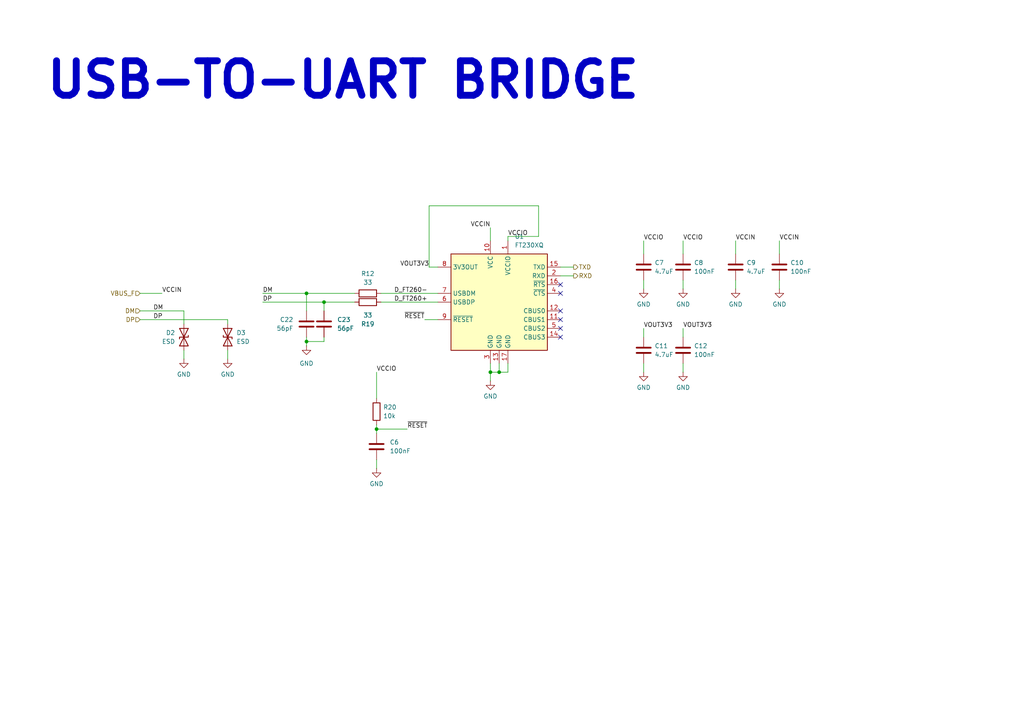
<source format=kicad_sch>
(kicad_sch (version 20231120) (generator "eeschema") (generator_version "8.0")
  (paper "A4")
  (title_block (title "Effective Range - MrHAT") (date "2024-08-14") (rev "1.11.3") (company "Effective Range Kft.") (comment 1 "visit https://creativecommons.org/licenses/by/4.0/") (comment 2 "is licensed under CC BY 4.0. To view a copy of this license,") (comment 3 "License: MrHAT © 2024 by Ferenc Nandor Janky & Attila Gombos"))
  (lib_symbols
    (symbol "Device:C" (pin_numbers hide) (pin_names (offset 0.254))
      (property "Reference" "C" (at 0.635 2.54 0))
      (property "Value" "C" (at 0.635 -2.54 0))
      (symbol "C_0_1"
        (polyline (pts (xy -2.032 -0.762) (xy 2.032 -0.762)) (stroke (width 0.508)))
        (polyline (pts (xy -2.032 0.762) (xy 2.032 0.762)) (stroke (width 0.508)))
      )
      (symbol "C_1_1"
        (pin passive line (at 0 3.81 270) (length 2.794) (name "~") (number "1"))
        (pin passive line (at 0 -3.81 90) (length 2.794) (name "~") (number "2"))
      )
    )
    (symbol "Device:R" (pin_numbers hide) (pin_names (offset 0))
      (property "Reference" "R" (at 2.032 0 90))
      (property "Value" "R" (at 0 0 90))
      (symbol "R_0_1"
        (rectangle (start -1.016 -2.54) (end 1.016 2.54) (stroke (width 0.254)))
      )
      (symbol "R_1_1"
        (pin passive line (at 0 3.81 270) (length 1.27) (name "~") (number "1"))
        (pin passive line (at 0 -3.81 90) (length 1.27) (name "~") (number "2"))
      )
    )
    (symbol "Diode:1.5KExxCA" (pin_numbers hide) (pin_names (offset 1.016) hide)
      (property "Reference" "D" (at 0 2.54 0))
      (property "Value" "1.5KExxCA" (at 0 -2.54 0))
      (symbol "1.5KExxCA_0_1"
        (polyline (pts (xy 1.27 0) (xy -1.27 0)))
        (polyline (pts (xy -2.54 -1.27) (xy 0 0) (xy -2.54 1.27) (xy -2.54 -1.27)) (stroke (width 0.254)))
        (polyline (pts (xy 0.508 1.27) (xy 0 1.27) (xy 0 -1.27) (xy -0.508 -1.27)) (stroke (width 0.254)))
        (polyline (pts (xy 2.54 1.27) (xy 2.54 -1.27) (xy 0 0) (xy 2.54 1.27)) (stroke (width 0.254)))
      )
      (symbol "1.5KExxCA_1_1"
        (pin passive line (at -3.81 0 0) (length 2.54) (name "A1") (number "1"))
        (pin passive line (at 3.81 0 180) (length 2.54) (name "A2") (number "2"))
      )
    )
    (symbol "effectiveRangeHat_kicad_sym:FT230XQ"
      (property "Reference" "U" (at -13.97 15.24 0))
      (property "Value" "FT230XQ" (at 7.62 15.24 0))
      (symbol "FT230XQ_0_1"
        (rectangle (start -13.97 13.97) (end 13.97 -13.97) (stroke (width 0.254)) (fill (type background)))
      )
      (symbol "FT230XQ_1_1"
        (pin power_in line (at 2.54 17.78 270) (length 3.81) (name "VCCIO") (number "1"))
        (pin power_in line (at -2.54 17.78 270) (length 3.81) (name "VCC") (number "10"))
        (pin bidirectional line (at 17.78 -5.08 180) (length 3.81) (name "CBUS1") (number "11"))
        (pin bidirectional line (at 17.78 -2.54 180) (length 3.81) (name "CBUS0") (number "12"))
        (pin passive line (at 0 -17.78 90) (length 3.81) (name "GND") (number "13"))
        (pin bidirectional line (at 17.78 -10.16 180) (length 3.81) (name "CBUS3") (number "14"))
        (pin output line (at 17.78 10.16 180) (length 3.81) (name "TXD") (number "15"))
        (pin output line (at 17.78 5.08 180) (length 3.81) (name "~{RTS}") (number "16"))
        (pin passive line (at 2.54 -17.78 90) (length 3.81) (name "GND") (number "17"))
        (pin input line (at 17.78 7.62 180) (length 3.81) (name "RXD") (number "2"))
        (pin passive line (at -2.54 -17.78 90) (length 3.81) (name "GND") (number "3"))
        (pin input line (at 17.78 2.54 180) (length 3.81) (name "~{CTS}") (number "4"))
        (pin bidirectional line (at 17.78 -7.62 180) (length 3.81) (name "CBUS2") (number "5"))
        (pin bidirectional line (at -17.78 0 0) (length 3.81) (name "USBDP") (number "6"))
        (pin bidirectional line (at -17.78 2.54 0) (length 3.81) (name "USBDM") (number "7"))
        (pin power_out line (at -17.78 10.16 0) (length 3.81) (name "3V3OUT") (number "8"))
        (pin input line (at -17.78 -5.08 0) (length 3.81) (name "~{RESET}") (number "9"))
      )
    )
    (symbol "power:GND" (power) (pin_numbers hide) (pin_names (offset 0) hide)
      (property "Value" "GND" (at 0 -3.81 0))
      (symbol "GND_0_1"
        (polyline (pts (xy 0 0) (xy 0 -1.27) (xy 1.27 -1.27) (xy 0 -2.54) (xy -1.27 -1.27) (xy 0 -1.27)))
      )
      (symbol "GND_1_1"
        (pin power_in line (at 0 0 270) (length 0) (name "~") (number "1"))
      )
    )
  )
  (junction (at 88.9 99.06))
  (junction (at 93.98 87.63))
  (junction (at 109.22 124.46))
  (junction (at 144.78 107.95))
  (junction (at 142.24 107.95))
  (junction (at 88.9 85.09))
  (no_connect (at 162.56 92.71))
  (no_connect (at 162.56 90.17))
  (no_connect (at 162.56 85.09))
  (no_connect (at 162.56 95.25))
  (no_connect (at 162.56 97.79))
  (no_connect (at 162.56 82.55))
  (wire (pts (xy 186.69 81.28) (xy 186.69 83.82)))
  (wire (pts (xy 198.12 69.85) (xy 198.12 73.66)))
  (wire (pts (xy 198.12 95.25) (xy 198.12 97.79)))
  (wire (pts (xy 76.2 85.09) (xy 88.9 85.09)))
  (wire (pts (xy 93.98 87.63) (xy 102.87 87.63)))
  (wire (pts (xy 88.9 85.09) (xy 102.87 85.09)))
  (wire (pts (xy 109.22 124.46) (xy 118.11 124.46)))
  (wire (pts (xy 147.32 68.58) (xy 147.32 69.85)))
  (wire (pts (xy 156.21 59.69) (xy 156.21 68.58)))
  (wire (pts (xy 144.78 107.95) (xy 147.32 107.95)))
  (wire (pts (xy 109.22 123.19) (xy 109.22 124.46)))
  (wire (pts (xy 124.46 77.47) (xy 124.46 59.69)))
  (wire (pts (xy 162.56 77.47) (xy 166.37 77.47)))
  (wire (pts (xy 76.2 87.63) (xy 93.98 87.63)))
  (wire (pts (xy 186.69 95.25) (xy 186.69 97.79)))
  (wire (pts (xy 109.22 107.95) (xy 109.22 115.57)))
  (wire (pts (xy 213.36 81.28) (xy 213.36 83.82)))
  (wire (pts (xy 109.22 124.46) (xy 109.22 125.73)))
  (wire (pts (xy 110.49 87.63) (xy 127 87.63)))
  (wire (pts (xy 198.12 81.28) (xy 198.12 83.82)))
  (wire (pts (xy 124.46 77.47) (xy 127 77.47)))
  (wire (pts (xy 53.34 90.17) (xy 53.34 93.98)))
  (wire (pts (xy 147.32 68.58) (xy 156.21 68.58)))
  (wire (pts (xy 142.24 66.04) (xy 142.24 69.85)))
  (wire (pts (xy 40.64 92.71) (xy 66.04 92.71)))
  (wire (pts (xy 144.78 107.95) (xy 142.24 107.95)))
  (wire (pts (xy 186.69 69.85) (xy 186.69 73.66)))
  (wire (pts (xy 93.98 87.63) (xy 93.98 90.17)))
  (wire (pts (xy 213.36 69.85) (xy 213.36 73.66)))
  (wire (pts (xy 93.98 99.06) (xy 88.9 99.06)))
  (wire (pts (xy 123.19 92.71) (xy 127 92.71)))
  (wire (pts (xy 226.06 81.28) (xy 226.06 83.82)))
  (wire (pts (xy 124.46 59.69) (xy 156.21 59.69)))
  (wire (pts (xy 226.06 69.85) (xy 226.06 73.66)))
  (wire (pts (xy 109.22 133.35) (xy 109.22 135.89)))
  (wire (pts (xy 198.12 105.41) (xy 198.12 107.95)))
  (wire (pts (xy 40.64 85.09) (xy 46.99 85.09)))
  (wire (pts (xy 53.34 101.6) (xy 53.34 104.14)))
  (wire (pts (xy 162.56 80.01) (xy 166.37 80.01)))
  (wire (pts (xy 88.9 85.09) (xy 88.9 90.17)))
  (wire (pts (xy 144.78 105.41) (xy 144.78 107.95)))
  (wire (pts (xy 147.32 105.41) (xy 147.32 107.95)))
  (wire (pts (xy 40.64 90.17) (xy 53.34 90.17)))
  (wire (pts (xy 88.9 99.06) (xy 88.9 100.33)))
  (wire (pts (xy 142.24 105.41) (xy 142.24 107.95)))
  (wire (pts (xy 66.04 101.6) (xy 66.04 104.14)))
  (wire (pts (xy 110.49 85.09) (xy 127 85.09)))
  (wire (pts (xy 88.9 97.79) (xy 88.9 99.06)))
  (wire (pts (xy 66.04 93.98) (xy 66.04 92.71)))
  (wire (pts (xy 186.69 105.41) (xy 186.69 107.95)))
  (wire (pts (xy 93.98 97.79) (xy 93.98 99.06)))
  (wire (pts (xy 142.24 107.95) (xy 142.24 110.49)))
  (text "USB-TO-UART BRIDGE" (at 12.7 29.21 0) (effects (font (size 10 10) (bold yes)) (justify left bottom)))
  (label "VCCIN" (at 213.36 69.85 0))
  (label "VCCIN" (at 226.06 69.85 0))
  (label "DP" (at 44.45 92.71 0))
  (label "VOUT3V3" (at 198.12 95.25 0))
  (label "DM" (at 76.2 85.09 0))
  (label "VCCIO" (at 198.12 69.85 0))
  (label "VCCIO" (at 109.22 107.95 0))
  (label "VOUT3V3" (at 124.46 77.47 180))
  (label "D_FT260+" (at 114.3 87.63 0))
  (label "VCCIN" (at 142.24 66.04 180))
  (label "VCCIN" (at 46.99 85.09 0))
  (label "D_FT260-" (at 114.3 85.09 0))
  (label "DM" (at 44.45 90.17 0))
  (label "~{RESET}" (at 123.19 92.71 180))
  (label "VCCIO" (at 147.32 68.58 0))
  (label "DP" (at 76.2 87.63 0))
  (label "VCCIO" (at 186.69 69.85 0))
  (label "~{RESET}" (at 118.11 124.46 0))
  (label "VOUT3V3" (at 186.69 95.25 0))
  (hierarchical_label "DM" (shape input) (at 40.64 90.17 180))
  (hierarchical_label "VBUS_F" (shape input) (at 40.64 85.09 180))
  (hierarchical_label "DP" (shape input) (at 40.64 92.71 180))
  (hierarchical_label "RXD" (shape output) (at 166.37 80.01 0))
  (hierarchical_label "TXD" (shape output) (at 166.37 77.47 0))
  (symbol (lib_id "Device:C") (at 198.12 77.47 0) (unit 1)
    (property "Reference" "C8" (at 201.295 76.2 0) (effects (justify left)))
    (property "Value" "100nF" (at 201.295 78.74 0) (effects (justify left)))
    (property "Footprint" "Capacitor_SMD:C_0402_1005Metric" (effects (hide yes)))
    (property "Description" "Unpolarized capacitor" (effects (hide yes)))
    (property "MPN" "GRM155R71E104KE14J" (effects (hide yes)))
    (property "Manufacturer" "Murata Electronics" (effects (hide yes)))
    (property "SupplierLink" "https://www.digikey.hu/en/products/detail/murata-electronics/GRM188R72A104KA35D/702549" (effects (hide yes)))
  )
  (symbol (lib_id "Device:R") (at 106.68 85.09 90) (unit 1)
    (property "Reference" "R12" (at 106.68 79.375 90))
    (property "Value" "33" (at 106.68 81.915 90))
    (property "Footprint" "Resistor_SMD:R_0402_1005Metric" (effects (hide yes)))
    (property "Description" "Resistor" (effects (hide yes)))
    (property "MPN" "ERJ-2RKF33R0X" (effects (hide yes)))
    (property "Manufacturer" "Panasonic Electronic Components" (effects (hide yes)))
    (property "SupplierLink" "https://www.digikey.hu/en/products/detail/panasonic-electronic-components/ERJ-2RKF33R0X/1746198" (effects (hide yes)))
  )
  (symbol (lib_id "power:GND") (at 53.34 104.14 0) (unit 1)
    (property "Reference" "#PWR059" (effects (hide yes)))
    (property "Value" "GND" (at 53.34 108.585 0))
    (property "Description" "Power symbol creates a global label with name \"GND\" , ground" (effects (hide yes)))
  )
  (symbol (lib_id "power:GND") (at 186.69 107.95 0) (unit 1)
    (property "Reference" "#PWR020" (effects (hide yes)))
    (property "Value" "GND" (at 186.69 112.395 0))
    (property "Description" "Power symbol creates a global label with name \"GND\" , ground" (effects (hide yes)))
  )
  (symbol (lib_id "power:GND") (at 142.24 110.49 0) (unit 1)
    (property "Reference" "#PWR014" (effects (hide yes)))
    (property "Value" "GND" (at 142.24 114.935 0))
    (property "Description" "Power symbol creates a global label with name \"GND\" , ground" (effects (hide yes)))
  )
  (symbol (lib_id "power:GND") (at 198.12 83.82 0) (unit 1)
    (property "Reference" "#PWR016" (effects (hide yes)))
    (property "Value" "GND" (at 198.12 88.265 0))
    (property "Description" "Power symbol creates a global label with name \"GND\" , ground" (effects (hide yes)))
  )
  (symbol (lib_id "Device:C") (at 198.12 101.6 0) (unit 1)
    (property "Reference" "C12" (at 201.295 100.33 0) (effects (justify left)))
    (property "Value" "100nF" (at 201.295 102.87 0) (effects (justify left)))
    (property "Footprint" "Capacitor_SMD:C_0402_1005Metric" (effects (hide yes)))
    (property "Description" "Unpolarized capacitor" (effects (hide yes)))
    (property "MPN" "GRM155R71E104KE14J" (effects (hide yes)))
    (property "Manufacturer" "Murata Electronics" (effects (hide yes)))
    (property "SupplierLink" "https://www.digikey.hu/en/products/detail/murata-electronics/GRM188R72A104KA35D/702549" (effects (hide yes)))
  )
  (symbol (lib_id "power:GND") (at 213.36 83.82 0) (unit 1)
    (property "Reference" "#PWR017" (effects (hide yes)))
    (property "Value" "GND" (at 213.36 88.265 0))
    (property "Description" "Power symbol creates a global label with name \"GND\" , ground" (effects (hide yes)))
  )
  (symbol (lib_id "Device:C") (at 88.9 93.98 0) (mirror y) (unit 1)
    (property "Reference" "C22" (at 85.09 92.71 0) (effects (justify left)))
    (property "Value" "56pF" (at 85.09 95.25 0) (effects (justify left)))
    (property "Footprint" "Capacitor_SMD:C_0402_1005Metric" (effects (hide yes)))
    (property "Description" "Unpolarized capacitor" (effects (hide yes)))
    (property "MPN" "GRT1555C1H560JA02J" (effects (hide yes)))
    (property "Manufacturer" "Murata Electronics" (effects (hide yes)))
    (property "SupplierLink" "https://www.digikey.hu/en/products/detail/murata-electronics/GRT1555C1H560JA02J/13905039" (effects (hide yes)))
  )
  (symbol (lib_id "Device:C") (at 93.98 93.98 0) (unit 1)
    (property "Reference" "C23" (at 97.79 92.71 0) (effects (justify left)))
    (property "Value" "56pF" (at 97.79 95.25 0) (effects (justify left)))
    (property "Footprint" "Capacitor_SMD:C_0402_1005Metric" (effects (hide yes)))
    (property "Description" "Unpolarized capacitor" (effects (hide yes)))
    (property "MPN" "GRT1555C1H560JA02J" (effects (hide yes)))
    (property "Manufacturer" "Murata Electronics" (effects (hide yes)))
    (property "SupplierLink" "https://www.digikey.hu/en/products/detail/murata-electronics/GRT1555C1H560JA02J/13905039" (effects (hide yes)))
  )
  (symbol (lib_id "Device:C") (at 186.69 101.6 0) (unit 1)
    (property "Reference" "C11" (at 189.865 100.33 0) (effects (justify left)))
    (property "Value" "4.7uF" (at 189.865 102.87 0) (effects (justify left)))
    (property "Footprint" "Capacitor_SMD:C_0603_1608Metric" (effects (hide yes)))
    (property "Description" "Unpolarized capacitor" (effects (hide yes)))
    (property "MPN" "GRM188R6YA475KE15D" (effects (hide yes)))
    (property "Manufacturer" "Murata Electronics" (effects (hide yes)))
    (property "SupplierLink" "https://www.digikey.com/en/products/detail/murata-electronics/GRM188R6YA475KE15D/3900468" (effects (hide yes)))
  )
  (symbol (lib_id "Diode:1.5KExxCA") (at 66.04 97.79 90) (unit 1)
    (property "Reference" "D3" (at 68.58 96.52 90) (effects (justify right)))
    (property "Value" "ESD" (at 68.58 99.06 90) (effects (justify right)))
    (property "Footprint" "Diode_SMD:D_0402_1005Metric" (effects (hide yes)))
    (property "Datasheet" "https://www.vishay.com/docs/88301/15ke.pdf" (effects (hide yes)))
    (property "Description" "1500W bidirectional TRANSZORB® Transient Voltage Suppressor, DO-201AE" (effects (hide yes)))
    (property "MPN" "ESDUD05BFX" (effects (hide yes)))
    (property "Manufacturer" "WeEn Semiconductors" (effects (hide yes)))
    (property "SupplierLink" "https://www.digikey.hu/en/products/detail/ween-semiconductors/ESDUD05BFX/15775766" (effects (hide yes)))
  )
  (symbol (lib_id "Device:C") (at 226.06 77.47 0) (unit 1)
    (property "Reference" "C10" (at 229.235 76.2 0) (effects (justify left)))
    (property "Value" "100nF" (at 229.235 78.74 0) (effects (justify left)))
    (property "Footprint" "Capacitor_SMD:C_0402_1005Metric" (effects (hide yes)))
    (property "Description" "Unpolarized capacitor" (effects (hide yes)))
    (property "MPN" "GRM155R71E104KE14J" (effects (hide yes)))
    (property "Manufacturer" "Murata Electronics" (effects (hide yes)))
    (property "SupplierLink" "https://www.digikey.hu/en/products/detail/murata-electronics/GRM188R72A104KA35D/702549" (effects (hide yes)))
  )
  (symbol (lib_id "power:GND") (at 109.22 135.89 0) (unit 1)
    (property "Reference" "#PWR013" (effects (hide yes)))
    (property "Value" "GND" (at 109.22 140.335 0))
    (property "Description" "Power symbol creates a global label with name \"GND\" , ground" (effects (hide yes)))
  )
  (symbol (lib_id "Device:C") (at 109.22 129.54 0) (unit 1)
    (property "Reference" "C6" (at 113.03 128.27 0) (effects (justify left)))
    (property "Value" "100nF" (at 113.03 130.81 0) (effects (justify left)))
    (property "Footprint" "Capacitor_SMD:C_0402_1005Metric" (effects (hide yes)))
    (property "Description" "Unpolarized capacitor" (effects (hide yes)))
    (property "MPN" "GRM155R71E104KE14J" (effects (hide yes)))
    (property "Manufacturer" "Murata Electronics" (effects (hide yes)))
    (property "SupplierLink" "https://www.digikey.hu/en/products/detail/murata-electronics/GRM188R72A104KA35D/702549" (effects (hide yes)))
  )
  (symbol (lib_id "effectiveRangeHat_kicad_sym:FT230XQ") (at 144.78 87.63 0) (unit 1)
    (property "Reference" "U1" (at 149.2759 68.58 0) (effects (justify left)))
    (property "Value" "FT230XQ" (at 149.2759 71.12 0) (effects (justify left)))
    (property "Footprint" "effectiveRangeHat:QFN-16-1EP_4x4mm_P0.65mm_EP2.1x2.1mm_4ThermalVias" (effects (hide yes)))
    (property "Datasheet" "https://www.ftdichip.com/Support/Documents/DataSheets/ICs/DS_FT230X.pdf" (effects (hide yes)))
    (property "Description" "Full Speed USB to Basic UART, QFN-16" (effects (hide yes)))
    (property "MPN" "FT230XQ-T" (effects (hide yes)))
    (property "Manufacturer" "FTDI, Future Technology Devices International Ltd" (effects (hide yes)))
    (property "SupplierLink" "https://www.digikey.hu/en/products/detail/ftdi-future-technology-devices-international-ltd/ft230xq-t/3749474" (effects (hide yes)))
  )
  (symbol (lib_id "Device:R") (at 109.22 119.38 0) (unit 1)
    (property "Reference" "R20" (at 111.125 118.11 0) (effects (justify left)))
    (property "Value" "10k" (at 111.125 120.65 0) (effects (justify left)))
    (property "Footprint" "Resistor_SMD:R_0402_1005Metric" (effects (hide yes)))
    (property "Description" "Resistor" (effects (hide yes)))
    (property "MPN" "ERJ-2GEJ103X" (effects (hide yes)))
    (property "Manufacturer" "Panasonic Electronic Components" (effects (hide yes)))
    (property "SupplierLink" "https://www.digikey.hu/en/products/detail/panasonic-electronic-components/ERJ-2GEJ103X/146735" (effects (hide yes)))
  )
  (symbol (lib_id "Device:R") (at 106.68 87.63 90) (mirror x) (unit 1)
    (property "Reference" "R19" (at 106.68 93.98 90))
    (property "Value" "33" (at 106.68 91.44 90))
    (property "Footprint" "Resistor_SMD:R_0402_1005Metric" (effects (hide yes)))
    (property "Description" "Resistor" (effects (hide yes)))
    (property "MPN" "ERJ-2RKF33R0X" (effects (hide yes)))
    (property "Manufacturer" "Panasonic Electronic Components" (effects (hide yes)))
    (property "SupplierLink" "https://www.digikey.hu/en/products/detail/panasonic-electronic-components/ERJ-2RKF33R0X/1746198" (effects (hide yes)))
  )
  (symbol (lib_id "Device:C") (at 213.36 77.47 0) (unit 1)
    (property "Reference" "C9" (at 216.535 76.2 0) (effects (justify left)))
    (property "Value" "4.7uF" (at 216.535 78.74 0) (effects (justify left)))
    (property "Footprint" "Capacitor_SMD:C_0603_1608Metric" (effects (hide yes)))
    (property "Description" "Unpolarized capacitor" (effects (hide yes)))
    (property "MPN" "GRM188R6YA475KE15D" (effects (hide yes)))
    (property "Manufacturer" "Murata Electronics" (effects (hide yes)))
    (property "SupplierLink" "https://www.digikey.com/en/products/detail/murata-electronics/GRM188R6YA475KE15D/3900468" (effects (hide yes)))
  )
  (symbol (lib_id "power:GND") (at 186.69 83.82 0) (unit 1)
    (property "Reference" "#PWR015" (effects (hide yes)))
    (property "Value" "GND" (at 186.69 88.265 0))
    (property "Description" "Power symbol creates a global label with name \"GND\" , ground" (effects (hide yes)))
  )
  (symbol (lib_id "Diode:1.5KExxCA") (at 53.34 97.79 270) (mirror x) (unit 1)
    (property "Reference" "D2" (at 50.8 96.52 90) (effects (justify right)))
    (property "Value" "ESD" (at 50.8 99.06 90) (effects (justify right)))
    (property "Footprint" "Diode_SMD:D_0402_1005Metric" (effects (hide yes)))
    (property "Datasheet" "https://www.vishay.com/docs/88301/15ke.pdf" (effects (hide yes)))
    (property "Description" "1500W bidirectional TRANSZORB® Transient Voltage Suppressor, DO-201AE" (effects (hide yes)))
    (property "MPN" "ESDUD05BFX" (effects (hide yes)))
    (property "Manufacturer" "WeEn Semiconductors" (effects (hide yes)))
    (property "SupplierLink" "https://www.digikey.hu/en/products/detail/ween-semiconductors/ESDUD05BFX/15775766" (effects (hide yes)))
  )
  (symbol (lib_id "power:GND") (at 88.9 100.33 0) (unit 1)
    (property "Reference" "#PWR060" (effects (hide yes)))
    (property "Value" "GND" (at 88.9 105.41 0))
    (property "Description" "Power symbol creates a global label with name \"GND\" , ground" (effects (hide yes)))
  )
  (symbol (lib_id "power:GND") (at 226.06 83.82 0) (unit 1)
    (property "Reference" "#PWR018" (effects (hide yes)))
    (property "Value" "GND" (at 226.06 88.265 0))
    (property "Description" "Power symbol creates a global label with name \"GND\" , ground" (effects (hide yes)))
  )
  (symbol (lib_id "power:GND") (at 66.04 104.14 0) (unit 1)
    (property "Reference" "#PWR058" (effects (hide yes)))
    (property "Value" "GND" (at 66.04 108.585 0))
    (property "Description" "Power symbol creates a global label with name \"GND\" , ground" (effects (hide yes)))
  )
  (symbol (lib_id "Device:C") (at 186.69 77.47 0) (unit 1)
    (property "Reference" "C7" (at 189.865 76.2 0) (effects (justify left)))
    (property "Value" "4.7uF" (at 189.865 78.74 0) (effects (justify left)))
    (property "Footprint" "Capacitor_SMD:C_0603_1608Metric" (effects (hide yes)))
    (property "Description" "Unpolarized capacitor" (effects (hide yes)))
    (property "MPN" "GRM188R6YA475KE15D" (effects (hide yes)))
    (property "Manufacturer" "Murata Electronics" (effects (hide yes)))
    (property "SupplierLink" "https://www.digikey.com/en/products/detail/murata-electronics/GRM188R6YA475KE15D/3900468" (effects (hide yes)))
  )
  (symbol (lib_id "power:GND") (at 198.12 107.95 0) (unit 1)
    (property "Reference" "#PWR019" (effects (hide yes)))
    (property "Value" "GND" (at 198.12 112.395 0))
    (property "Description" "Power symbol creates a global label with name \"GND\" , ground" (effects (hide yes)))
  )
)
</source>
